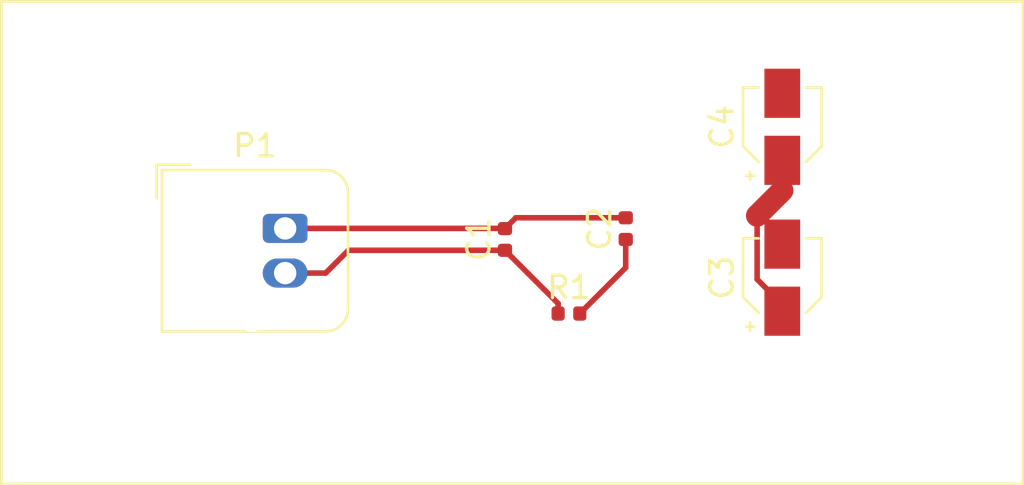
<source format=kicad_pcb>
(kicad_pcb (version 20211014) (generator pcbnew)
  (layers (0 "F.Cu" signal) (31 "B.Cu" signal) (34 "B.Paste" user) (35 "F.Paste" user) (36 "B.SilkS" user "B.Silkscreen") (37 "F.SilkS" user "F.Silkscreen") (38 "B.Mask" user) (39 "F.Mask" user) (44 "Edge.Cuts" user))
  (net 0 "")
  (net 1 "/Power/VCC")
  (net 2 "GND")
  (net 3 "Net-(C2-Pad1)")
  (net 4 "Net-(C3-Pad1)")
  (net 5 "Net-(C3-Pad2)")
  (footprint "Capacitor_SMD:CP_Elec_3x5.3" (layer "F.Cu") (at 177.185001 82.214999 90)
    (fp_text reference "C3" (at 0 -2.7 90) (layer "F.SilkS"))
    (fp_text value "CP")
    (fp_line (start 1.76 -1.76) (end 1.76 -1.06) (layer "F.SilkS") (width 0.12))
    (fp_line (start -2.1875 -1.6225) (end -2.1875 -1.2475) (layer "F.SilkS") (width 0.12))
    (fp_line (start -0.870563 -1.76) (end 1.76 -1.76) (layer "F.SilkS") (width 0.12))
    (fp_line (start -2.375 -1.435) (end -2 -1.435) (layer "F.SilkS") (width 0.12))
    (fp_line (start 1.76 1.76) (end 1.76 1.06) (layer "F.SilkS") (width 0.12))
    (fp_line (start -1.570563 1.06) (end -0.870563 1.76) (layer "F.SilkS") (width 0.12))
    (fp_line (start -1.570563 -1.06) (end -0.870563 -1.76) (layer "F.SilkS") (width 0.12))
    (fp_line (start -0.870563 1.76) (end 1.76 1.76) (layer "F.SilkS") (width 0.12))
    (pad "1" smd rect locked (at -1.5 0 90) (size 2.2 1.6) (layers "F.Cu" "F.Paste" "F.Mask") (net 4 "Net-(C3-Pad1)"))
    (pad "2" smd rect locked (at 1.5 0 90) (size 2.2 1.6) (layers "F.Cu" "F.Paste" "F.Mask") (net 5 "Net-(C3-Pad2)"))
  )
  (footprint "Capacitor_SMD:CP_Elec_3x5.3" (layer "F.Cu") (at 177.185001 75.464999 90)
    (fp_text reference "C4" (at 0 -2.7 90) (layer "F.SilkS"))
    (fp_text value "CP")
    (fp_line (start -0.870563 1.76) (end 1.76 1.76) (layer "F.SilkS") (width 0.12))
    (fp_line (start -2.1875 -1.6225) (end -2.1875 -1.2475) (layer "F.SilkS") (width 0.12))
    (fp_line (start -0.870563 -1.76) (end 1.76 -1.76) (layer "F.SilkS") (width 0.12))
    (fp_line (start -1.570563 1.06) (end -0.870563 1.76) (layer "F.SilkS") (width 0.12))
    (fp_line (start -2.375 -1.435) (end -2 -1.435) (layer "F.SilkS") (width 0.12))
    (fp_line (start -1.570563 -1.06) (end -0.870563 -1.76) (layer "F.SilkS") (width 0.12))
    (fp_line (start 1.76 -1.76) (end 1.76 -1.06) (layer "F.SilkS") (width 0.12))
    (fp_line (start 1.76 1.76) (end 1.76 1.06) (layer "F.SilkS") (width 0.12))
    (pad "1" smd rect locked (at -1.5 0 90) (size 2.2 1.6) (layers "F.Cu" "F.Paste" "F.Mask") (net 4 "Net-(C3-Pad1)"))
    (pad "2" smd rect locked (at 1.5 0 90) (size 2.2 1.6) (layers "F.Cu" "F.Paste" "F.Mask") (net 5 "Net-(C3-Pad2)"))
  )
  (footprint "Capacitor_SMD:C_0402_1005Metric" (layer "F.Cu") (at 164.775001 80.505001 90)
    (fp_text reference "C1" (at 0 -1.17 90) (layer "F.SilkS"))
    (fp_text value "C")
    (pad "1" smd roundrect locked (at -0.485 0 90) (size 0.59 0.64) (layers "F.Cu" "F.Paste" "F.Mask") (net 1 "/Power/VCC"))
    (pad "2" smd roundrect locked (at 0.485 0 90) (size 0.59 0.64) (layers "F.Cu" "F.Paste" "F.Mask") (net 2 "GND"))
  )
  (footprint "Capacitor_SMD:C_0402_1005Metric" (layer "F.Cu") (at 170.18 80.020001 90)
    (fp_text reference "C2" (at 0 -1.17 90) (layer "F.SilkS"))
    (fp_text value "C")
    (pad "1" smd roundrect locked (at -0.485 0 90) (size 0.59 0.64) (layers "F.Cu" "F.Paste" "F.Mask") (net 3 "Net-(C2-Pad1)"))
    (pad "2" smd roundrect locked (at 0.485 0 90) (size 0.59 0.64) (layers "F.Cu" "F.Paste" "F.Mask") (net 2 "GND"))
  )
  (footprint "Connector_JST:JST_JWPF_B02B-JWPF-SK-R_1x02_P2.00mm_Vertical" (layer "F.Cu") (at 154.94 80.01)
    (fp_text reference "P1" (at -1.35 -3.7) (layer "F.SilkS"))
    (fp_text value "CONN_01X02")
    (fp_line (start -5.51 4.61) (end 1.81 4.61) (layer "F.SilkS") (width 0.12))
    (fp_line (start -5.51 -2.61) (end -5.51 4.61) (layer "F.SilkS") (width 0.12))
    (fp_line (start -5.75 -2.85) (end -4.25 -2.85) (layer "F.SilkS") (width 0.12))
    (fp_line (start 1.81 -2.61) (end -5.51 -2.61) (layer "F.SilkS") (width 0.12))
    (fp_line (start 2.81 -1.61) (end 2.81 3.61) (layer "F.SilkS") (width 0.12))
    (fp_line (start -5.75 -1.35) (end -5.75 -2.85) (layer "F.SilkS") (width 0.12))
    (fp_arc (start 2.81 3.61) (mid 2.517107 4.317107) (end 1.81 4.61) (layer "F.SilkS") (width 0.12))
    (fp_arc (start 1.81 -2.61) (mid 2.517107 -2.317107) (end 2.81 -1.61) (layer "F.SilkS") (width 0.12))
    (pad "" np_thru_hole circle locked (at -1.5 4.05) (size 1.15 1.15) (drill 1.15) (layers *.Cu *.Mask))
    (pad "1" thru_hole roundrect locked (at 0 0) (size 2 1.3) (drill 1) (layers *.Cu *.Mask) (roundrect_rratio 0.192308) (net 2 "GND"))
    (pad "2" thru_hole oval locked (at 0 2) (size 2 1.3) (drill 1) (layers *.Cu *.Mask) (net 1 "/Power/VCC"))
  )
  (footprint "Resistor_SMD:R_0402_1005Metric" (layer "F.Cu") (at 167.64 83.82)
    (fp_text reference "R1" (at 0 -1.17) (layer "F.SilkS"))
    (fp_text value "R")
    (pad "1" smd roundrect locked (at -0.485 0) (size 0.59 0.64) (layers "F.Cu" "F.Paste" "F.Mask") (net 1 "/Power/VCC"))
    (pad "2" smd roundrect locked (at 0.485 0) (size 0.59 0.64) (layers "F.Cu" "F.Paste" "F.Mask") (net 3 "Net-(C2-Pad1)"))
  )
  (gr_line (start 187.96 91.44) (end 187.96 69.85) (layer "F.SilkS") (width 0.12))
  (gr_line (start 142.24 69.85) (end 142.24 91.44) (layer "F.SilkS") (width 0.12))
  (gr_line (start 187.96 69.85) (end 142.24 69.85) (layer "F.SilkS") (width 0.12))
  (gr_line (start 142.24 91.44) (end 187.96 91.44) (layer "F.SilkS") (width 0.12))
  (segment (start 167.155 83.37) (end 165.1 81.315) (width 0.25) (layer "F.Cu") (net 1))
  (segment (start 165.1 81.315) (end 164.775001 80.990001) (width 0.25) (layer "F.Cu") (net 1))
  (segment (start 167.155 83.82) (end 167.155 83.37) (width 0.25) (layer "F.Cu") (net 1))
  (segment (start 156.75 82.01) (end 154.94 82.01) (width 0.25) (layer "F.Cu") (net 1))
  (segment (start 164.775001 80.990001) (end 157.769999 80.990001) (width 0.25) (layer "F.Cu") (net 1))
  (segment (start 157.769999 80.990001) (end 156.75 82.01) (width 0.25) (layer "F.Cu") (net 1))
  (segment (start 164.775001 80.020001) (end 165.260001 79.535001) (width 0.25) (layer "F.Cu") (net 2))
  (segment (start 154.94 80.01) (end 164.765 80.01) (width 0.25) (layer "F.Cu") (net 2))
  (segment (start 164.765 80.01) (end 164.775001 80.020001) (width 0.25) (layer "F.Cu") (net 2))
  (segment (start 165.260001 79.535001) (end 170.18 79.535001) (width 0.25) (layer "F.Cu") (net 2))
  (segment (start 170.18 80.505001) (end 170.18 81.765) (width 0.25) (layer "F.Cu") (net 3))
  (segment (start 170.18 81.765) (end 168.125 83.82) (width 0.25) (layer "F.Cu") (net 3))
  (segment (start 176.06 82.289998) (end 177.185001 83.414999) (width 0.25) (layer "F.Cu") (net 4))
  (segment (start 176.06 79.44) (end 176.06 82.289998) (width 0.25) (layer "F.Cu") (net 4))
  (segment (start 177.185001 78.314999) (end 176.06 79.44) (width 1) (layer "F.Cu") (net 4))
  (segment (start 177.185001 83.414999) (end 177.185001 83.714999) (width 0.25) (layer "F.Cu") (net 4))
  (segment (start 177.185001 76.964999) (end 177.185001 78.314999) (width 0.25) (layer "F.Cu") (net 4))
)
</source>
